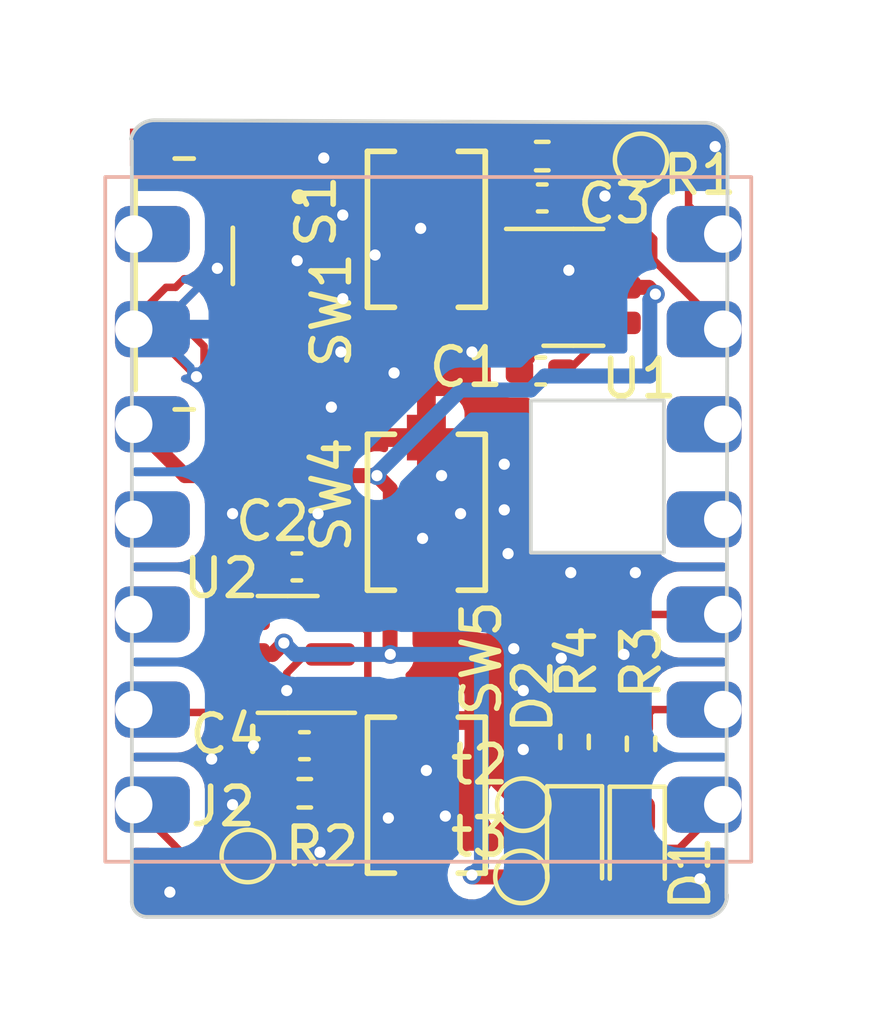
<source format=kicad_pcb>
(kicad_pcb (version 20221018) (generator pcbnew)
  (layers (0 "F.Cu" signal) (31 "B.Cu" signal) (34 "B.Paste" user) (35 "F.Paste" user) (36 "B.SilkS" user "B.Silkscreen") (37 "F.SilkS" user "F.Silkscreen") (38 "B.Mask" user) (39 "F.Mask" user) (44 "Edge.Cuts" user))
  (net 0 "")
  (net 1 "Net-(U2-SNSK)")
  (net 2 "Net-(U2-SNS)")
  (net 3 "Net-(J1-Pin_1)")
  (net 4 "GND")
  (net 6 "Net-(U1-SNS)")
  (net 7 "/but1")
  (net 8 "/but2")
  (net 9 "/mouse_act")
  (net 10 "VDD")
  (net 11 "/keyb_act")
  (net 14 "Net-(J2-Pin_1)")
  (net 18 "/but3")
  (net 20 "Net-(U1-SNSK)")
  (net 23 "/led")
  (net 24 "Net-(D1-K)")
  (net 25 "Net-(D2-K)")
  (net 26 "/led1")
  (footprint "push3x4.5:SW_F160QG_EWI" (layer "F.Cu") (at 112.014 60.706 90)
    (fp_text reference "SW5" (at 3.6576 1.4732 90 unlocked) (layer "F.SilkS"))
    (fp_text value "TL1015AF160QG")
    (fp_line (start -2.0828 -1.5748) (end -2.0828 -0.85344) (stroke (width 0.1524)) (layer "F.SilkS"))
    (fp_line (start -2.0828 0.85344) (end -2.0828 1.5748) (stroke (width 0.1524)) (layer "F.SilkS"))
    (fp_line (start -2.0828 1.5748) (end 2.0828 1.5748) (stroke (width 0.1524)) (layer "F.SilkS"))
    (fp_line (start 2.0828 -1.5748) (end -2.0828 -1.5748) (stroke (width 0.1524)) (layer "F.SilkS"))
    (fp_line (start 2.0828 -0.85344) (end 2.0828 -1.5748) (stroke (width 0.1524)) (layer "F.SilkS"))
    (fp_line (start 2.0828 1.5748) (end 2.0828 0.85344) (stroke (width 0.1524)) (layer "F.SilkS"))
    (pad "1" smd rect (at -1.9939 0 90) (size 1.2192 1.0414) (layers "F.Cu" "F.Paste" "F.Mask") (net 18 "/but3"))
    (pad "2" smd rect (at 1.9939 0 90) (size 1.2192 1.0414) (layers "F.Cu" "F.Paste" "F.Mask") (net 4 "GND"))
  )
  (footprint "Capacitor_SMD:C_0402_1005Metric_Pad0.74x0.62mm_HandSolder" (layer "F.Cu") (at 108.5509 54.61 180)
    (fp_text reference "C2" (at 0.6517 1.2192) (layer "F.SilkS"))
    (fp_text value "Cs")
    (fp_line (start -0.115835 -0.36) (end 0.115835 -0.36) (stroke (width 0.12)) (layer "F.SilkS"))
    (fp_line (start -0.115835 0.36) (end 0.115835 0.36) (stroke (width 0.12)) (layer "F.SilkS"))
    (pad "1" smd roundrect (at -0.5675 0 180) (size 0.735 0.62) (layers "F.Cu" "F.Paste" "F.Mask") (net 1 "Net-(U2-SNSK)"))
    (pad "2" smd roundrect (at 0.5675 0 180) (size 0.735 0.62) (layers "F.Cu" "F.Paste" "F.Mask") (net 2 "Net-(U2-SNS)"))
  )
  (footprint "Capacitor_SMD:C_0402_1005Metric_Pad0.74x0.62mm_HandSolder" (layer "F.Cu") (at 108.7541 59.3852 180)
    (fp_text reference "C4" (at 2.0741 0.3048) (layer "F.SilkS"))
    (fp_text value "Cx")
    (fp_line (start -0.115835 -0.36) (end 0.115835 -0.36) (stroke (width 0.12)) (layer "F.SilkS"))
    (fp_line (start -0.115835 0.36) (end 0.115835 0.36) (stroke (width 0.12)) (layer "F.SilkS"))
    (pad "1" smd roundrect (at -0.5675 0 180) (size 0.735 0.62) (layers "F.Cu" "F.Paste" "F.Mask") (net 14 "Net-(J2-Pin_1)"))
    (pad "2" smd roundrect (at 0.5675 0 180) (size 0.735 0.62) (layers "F.Cu" "F.Paste" "F.Mask") (net 4 "GND"))
  )
  (footprint "push3x4.5:SW_F160QG_EWI" (layer "F.Cu") (at 112.014 53.1495 90)
    (fp_text reference "SW4" (at 0.4699 -2.54 90 unlocked) (layer "F.SilkS"))
    (fp_text value "TL1015AF160QG")
    (fp_line (start -2.0828 -1.5748) (end -2.0828 -0.85344) (stroke (width 0.1524)) (layer "F.SilkS"))
    (fp_line (start -2.0828 0.85344) (end -2.0828 1.5748) (stroke (width 0.1524)) (layer "F.SilkS"))
    (fp_line (start -2.0828 1.5748) (end 2.0828 1.5748) (stroke (width 0.1524)) (layer "F.SilkS"))
    (fp_line (start 2.0828 -1.5748) (end -2.0828 -1.5748) (stroke (width 0.1524)) (layer "F.SilkS"))
    (fp_line (start 2.0828 -0.85344) (end 2.0828 -1.5748) (stroke (width 0.1524)) (layer "F.SilkS"))
    (fp_line (start 2.0828 1.5748) (end 2.0828 0.85344) (stroke (width 0.1524)) (layer "F.SilkS"))
    (pad "1" smd rect (at -1.9939 0 90) (size 1.2192 1.0414) (layers "F.Cu" "F.Paste" "F.Mask") (net 8 "/but2"))
    (pad "2" smd rect (at 1.9939 0 90) (size 1.2192 1.0414) (layers "F.Cu" "F.Paste" "F.Mask") (net 4 "GND"))
  )
  (footprint "push3x4.5:SW_F160QG_EWI" (layer "F.Cu") (at 112.014 45.593 -90)
    (fp_text reference "SW1" (at 2.159 2.54 -270 unlocked) (layer "F.SilkS"))
    (fp_text value "TL1015AF160QG")
    (fp_line (start -2.0828 -1.5748) (end -2.0828 -0.85344) (stroke (width 0.1524)) (layer "F.SilkS"))
    (fp_line (start -2.0828 0.85344) (end -2.0828 1.5748) (stroke (width 0.1524)) (layer "F.SilkS"))
    (fp_line (start -2.0828 1.5748) (end 2.0828 1.5748) (stroke (width 0.1524)) (layer "F.SilkS"))
    (fp_line (start 2.0828 -1.5748) (end -2.0828 -1.5748) (stroke (width 0.1524)) (layer "F.SilkS"))
    (fp_line (start 2.0828 -0.85344) (end 2.0828 -1.5748) (stroke (width 0.1524)) (layer "F.SilkS"))
    (fp_line (start 2.0828 1.5748) (end 2.0828 0.85344) (stroke (width 0.1524)) (layer "F.SilkS"))
    (pad "1" smd rect (at -1.9939 0 270) (size 1.2192 1.0414) (layers "F.Cu" "F.Paste" "F.Mask") (net 7 "/but1"))
    (pad "2" smd rect (at 1.9939 0 270) (size 1.2192 1.0414) (layers "F.Cu" "F.Paste" "F.Mask") (net 4 "GND"))
  )
  (footprint "TestPoint:TestPoint_Pad_D1.0mm" (layer "F.Cu") (at 117.7544 43.7388)
    (fp_text reference "J1" hide)
    (fp_text value "Conn_01x01_Pin")
    (fp_circle (center 0 0) (end 0 0.7) (stroke (width 0.12)) (fill none) (layer "F.SilkS"))
    (pad "1" smd circle (at 0 0) (size 1 1) (layers "F.Cu" "F.Mask") (net 3 "Net-(J1-Pin_1)"))
  )
  (footprint "TestPoint:TestPoint_Pad_D1.0mm" (layer "F.Cu") (at 114.6048 60.96)
    (fp_text reference "t2" (at -1.1684 -1.0668) (layer "F.SilkS"))
    (fp_text value "TestPoint")
    (fp_circle (center 0 0) (end 0 0.7) (stroke (width 0.12)) (fill none) (layer "F.SilkS"))
    (pad "1" smd circle (at 0 0) (size 1 1) (layers "F.Cu" "F.Mask") (net 4 "GND"))
  )
  (footprint "Package_TO_SOT_SMD:SOT-23-6" (layer "F.Cu") (at 115.9455 47.1424)
    (fp_text reference "U1" (at 1.7581 2.4384) (layer "F.SilkS"))
    (fp_text value "AT42QT1011-TSHR")
    (fp_line (start 0 -1.56) (end -1.8 -1.56) (stroke (width 0.12)) (layer "F.SilkS"))
    (fp_line (start 0 -1.56) (end 0.8 -1.56) (stroke (width 0.12)) (layer "F.SilkS"))
    (fp_line (start 0 1.56) (end -0.8 1.56) (stroke (width 0.12)) (layer "F.SilkS"))
    (fp_line (start 0 1.56) (end 0.8 1.56) (stroke (width 0.12)) (layer "F.SilkS"))
    (pad "1" smd roundrect (at -1.1375 -0.95) (size 1.325 0.6) (layers "F.Cu" "F.Paste" "F.Mask") (net 9 "/mouse_act"))
    (pad "2" smd roundrect (at -1.1375 0) (size 1.325 0.6) (layers "F.Cu" "F.Paste" "F.Mask") (net 4 "GND"))
    (pad "3" smd roundrect (at -1.1375 0.95) (size 1.325 0.6) (layers "F.Cu" "F.Paste" "F.Mask") (net 20 "Net-(U1-SNSK)"))
    (pad "4" smd roundrect (at 1.1375 0.95) (size 1.325 0.6) (layers "F.Cu" "F.Paste" "F.Mask") (net 6 "Net-(U1-SNS)"))
    (pad "5" smd roundrect (at 1.1375 0) (size 1.325 0.6) (layers "F.Cu" "F.Paste" "F.Mask") (net 10 "VDD"))
    (pad "6" smd roundrect (at 1.1375 -0.95) (size 1.325 0.6) (layers "F.Cu" "F.Paste" "F.Mask"))
  )
  (footprint "Resistor_SMD:R_0402_1005Metric_Pad0.72x0.64mm_HandSolder" (layer "F.Cu") (at 115.9764 59.2836 90)
    (fp_text reference "R4" (at 2.1336 0.0508 90) (layer "F.SilkS"))
    (fp_text value "R")
    (fp_line (start -0.167621 -0.38) (end 0.167621 -0.38) (stroke (width 0.12)) (layer "F.SilkS"))
    (fp_line (start -0.167621 0.38) (end 0.167621 0.38) (stroke (width 0.12)) (layer "F.SilkS"))
    (pad "1" smd roundrect (at -0.5975 0 90) (size 0.715 0.64) (layers "F.Cu" "F.Paste" "F.Mask") (net 25 "Net-(D2-K)"))
    (pad "2" smd roundrect (at 0.5975 0 90) (size 0.715 0.64) (layers "F.Cu" "F.Paste" "F.Mask") (net 26 "/led1"))
  )
  (footprint "Resistor_SMD:R_0402_1005Metric_Pad0.72x0.64mm_HandSolder" (layer "F.Cu") (at 108.7628 60.6552 180)
    (fp_text reference "R2" (at -0.4572 -1.4224) (layer "F.SilkS"))
    (fp_text value "Rs")
    (fp_line (start -0.167621 -0.38) (end 0.167621 -0.38) (stroke (width 0.12)) (layer "F.SilkS"))
    (fp_line (start -0.167621 0.38) (end 0.167621 0.38) (stroke (width 0.12)) (layer "F.SilkS"))
    (pad "1" smd roundrect (at -0.5975 0 180) (size 0.715 0.64) (layers "F.Cu" "F.Paste" "F.Mask") (net 1 "Net-(U2-SNSK)"))
    (pad "2" smd roundrect (at 0.5975 0 180) (size 0.715 0.64) (layers "F.Cu" "F.Paste" "F.Mask") (net 14 "Net-(J2-Pin_1)"))
  )
  (footprint "Capacitor_SMD:C_0402_1005Metric_Pad0.74x0.62mm_HandSolder" (layer "F.Cu") (at 115.0707 49.3776)
    (fp_text reference "C1" (at -1.9899 -0.1016) (layer "F.SilkS"))
    (fp_text value "Cs")
    (fp_line (start -0.115835 -0.36) (end 0.115835 -0.36) (stroke (width 0.12)) (layer "F.SilkS"))
    (fp_line (start -0.115835 0.36) (end 0.115835 0.36) (stroke (width 0.12)) (layer "F.SilkS"))
    (pad "1" smd roundrect (at -0.5675 0) (size 0.735 0.62) (layers "F.Cu" "F.Paste" "F.Mask") (net 20 "Net-(U1-SNSK)"))
    (pad "2" smd roundrect (at 0.5675 0) (size 0.735 0.62) (layers "F.Cu" "F.Paste" "F.Mask") (net 6 "Net-(U1-SNS)"))
  )
  (footprint "TestPoint:TestPoint_Pad_D1.0mm" (layer "F.Cu") (at 107.2388 62.3316)
    (fp_text reference "J2" (at -0.6604 -1.3208) (layer "F.SilkS"))
    (fp_text value "Conn_01x01_Pin")
    (fp_circle (center 0 0) (end 0 0.7) (stroke (width 0.12)) (fill none) (layer "F.SilkS"))
    (pad "1" smd circle (at 0 0) (size 1 1) (layers "F.Cu" "F.Mask") (net 14 "Net-(J2-Pin_1)"))
  )
  (footprint "Capacitor_SMD:C_0402_1005Metric_Pad0.74x0.62mm_HandSolder" (layer "F.Cu") (at 115.1128 44.7548)
    (fp_text reference "C3" (at 1.9304 0.1524) (layer "F.SilkS"))
    (fp_text value "Cx")
    (fp_line (start -0.115835 -0.36) (end 0.115835 -0.36) (stroke (width 0.12)) (layer "F.SilkS"))
    (fp_line (start -0.115835 0.36) (end 0.115835 0.36) (stroke (width 0.12)) (layer "F.SilkS"))
    (pad "1" smd roundrect (at -0.5675 0) (size 0.735 0.62) (layers "F.Cu" "F.Paste" "F.Mask") (net 3 "Net-(J1-Pin_1)"))
    (pad "2" smd roundrect (at 0.5675 0) (size 0.735 0.62) (layers "F.Cu" "F.Paste" "F.Mask") (net 4 "GND"))
  )
  (footprint "seeed:SW_EG1215AA_no_hold" (layer "F.Cu") (at 105.5396 47.0528 -90)
    (fp_text reference "S1" (at -1.9424 -3.528 90) (layer "F.SilkS"))
    (fp_text value "EG1215AA")
    (fp_line (start -3.35 -0.254) (end -3.35 0.254) (stroke (width 0.127)) (layer "F.SilkS"))
    (fp_line (start -2.83 1.3) (end 2.83 1.3) (stroke (width 0.127)) (layer "F.SilkS"))
    (fp_line (start -1.5 -1.3) (end 0 -1.3) (stroke (width 0.127)) (layer "F.SilkS"))
    (fp_line (start 3.35 -0.254) (end 3.35 0.254) (stroke (width 0.127)) (layer "F.SilkS"))
    (fp_circle (center -2.329 -3.071) (end -2.229 -3.071) (stroke (width 0.2)) (fill none) (layer "F.SilkS"))
    (pad "1" smd rect (at -2.25 -1.75 270) (size 0.7 1.5) (layers "F.Cu" "F.Paste" "F.Mask"))
    (pad "2" smd rect (at 0.75 -1.75 270) (size 0.7 1.5) (layers "F.Cu" "F.Paste" "F.Mask"))
    (pad "3" smd rect (at 2.25 -1.75 270) (size 0.7 1.5) (layers "F.Cu" "F.Paste" "F.Mask"))
    (pad "S1" smd rect (at -3.65 -1.05 270) (size 1 0.8) (layers "F.Cu" "F.Paste" "F.Mask"))
    (pad "S2" smd rect (at -3.65 1.05 270) (size 1 0.8) (layers "F.Cu" "F.Paste" "F.Mask"))
    (pad "S4" smd rect (at 3.65 -1.05 270) (size 1 0.8) (layers "F.Cu" "F.Paste" "F.Mask"))
  )
  (footprint "LED_SMD:LED_0603_1608Metric_Pad1.05x0.95mm_HandSolder" (layer "F.Cu") (at 117.6528 62.1398 -90)
    (fp_text reference "D1" (at 0.649 -1.4224 90) (layer "F.SilkS"))
    (fp_text value "LED")
    (fp_line (start -1.66 -0.735) (end -1.66 0.735) (stroke (width 0.12)) (layer "F.SilkS"))
    (fp_line (start -1.66 0.735) (end 0.8 0.735) (stroke (width 0.12)) (layer "F.SilkS"))
    (fp_line (start 0.8 -0.735) (end -1.66 -0.735) (stroke (width 0.12)) (layer "F.SilkS"))
    (pad "1" smd roundrect (at -0.875 0 270) (size 1.05 0.95) (layers "F.Cu" "F.Paste" "F.Mask") (net 24 "Net-(D1-K)"))
    (pad "2" smd roundrect (at 0.875 0 270) (size 1.05 0.95) (layers "F.Cu" "F.Paste" "F.Mask") (net 10 "VDD"))
  )
  (footprint "TestPoint:TestPoint_Pad_D1.0mm" (layer "F.Cu") (at 114.554 62.8904)
    (fp_text reference "t3" (at -1.1176 -1.0668) (layer "F.SilkS"))
    (fp_text value "TestPoint")
    (fp_circle (center 0 0) (end 0 0.7) (stroke (width 0.12)) (fill none) (layer "F.SilkS"))
    (pad "1" smd circle (at 0 0) (size 1 1) (layers "F.Cu" "F.Mask") (net 10 "VDD"))
  )
  (footprint "Package_TO_SOT_SMD:SOT-23-6" (layer "F.Cu") (at 108.3056 56.9468 180)
    (fp_text reference "U2" (at 1.778 2.032) (layer "F.SilkS"))
    (fp_text value "AT42QT1011-TSHR")
    (fp_line (start 0 -1.56) (end -1.8 -1.56) (stroke (width 0.12)) (layer "F.SilkS"))
    (fp_line (start 0 -1.56) (end 0.8 -1.56) (stroke (width 0.12)) (layer "F.SilkS"))
    (fp_line (start 0 1.56) (end -0.8 1.56) (stroke (width 0.12)) (layer "F.SilkS"))
    (fp_line (start 0 1.56) (end 0.8 1.56) (stroke (width 0.12)) (layer "F.SilkS"))
    (pad "1" smd roundrect (at -1.1375 -0.95 180) (size 1.325 0.6) (layers "F.Cu" "F.Paste" "F.Mask") (net 11 "/keyb_act"))
    (pad "2" smd roundrect (at -1.1375 0 180) (size 1.325 0.6) (layers "F.Cu" "F.Paste" "F.Mask") (net 4 "GND"))
    (pad "3" smd roundrect (at -1.1375 0.95 180) (size 1.325 0.6) (layers "F.Cu" "F.Paste" "F.Mask") (net 1 "Net-(U2-SNSK)"))
    (pad "4" smd roundrect (at 1.1375 0.95 180) (size 1.325 0.6) (layers "F.Cu" "F.Paste" "F.Mask") (net 2 "Net-(U2-SNS)"))
    (pad "5" smd roundrect (at 1.1375 0 180) (size 1.325 0.6) (layers "F.Cu" "F.Paste" "F.Mask") (net 10 "VDD"))
    (pad "6" smd roundrect (at 1.1375 -0.95 180) (size 1.325 0.6) (layers "F.Cu" "F.Paste" "F.Mask"))
  )
  (footprint "Resistor_SMD:R_0402_1005Metric_Pad0.72x0.64mm_HandSolder" (layer "F.Cu") (at 117.7544 59.3344 90)
    (fp_text reference "R3" (at 2.1844 0 90) (layer "F.SilkS"))
    (fp_text value "R")
    (fp_line (start -0.167621 -0.38) (end 0.167621 -0.38) (stroke (width 0.12)) (layer "F.SilkS"))
    (fp_line (start -0.167621 0.38) (end 0.167621 0.38) (stroke (width 0.12)) (layer "F.SilkS"))
    (pad "1" smd roundrect (at -0.5975 0 90) (size 0.715 0.64) (layers "F.Cu" "F.Paste" "F.Mask") (net 24 "Net-(D1-K)"))
    (pad "2" smd roundrect (at 0.5975 0 90) (size 0.715 0.64) (layers "F.Cu" "F.Paste" "F.Mask") (net 23 "/led"))
  )
  (footprint "LED_SMD:LED_0603_1608Metric_Pad1.05x0.95mm_HandSolder" (layer "F.Cu") (at 115.9764 62.1284 -90)
    (fp_text reference "D2" (at -4.064 1.1176 90) (layer "F.SilkS"))
    (fp_text value "LED")
    (fp_line (start -1.66 -0.735) (end -1.66 0.735) (stroke (width 0.12)) (layer "F.SilkS"))
    (fp_line (start -1.66 0.735) (end 0.8 0.735) (stroke (width 0.12)) (layer "F.SilkS"))
    (fp_line (start 0.8 -0.735) (end -1.66 -0.735) (stroke (width 0.12)) (layer "F.SilkS"))
    (pad "1" smd roundrect (at -0.875 0 270) (size 1.05 0.95) (layers "F.Cu" "F.Paste" "F.Mask") (net 25 "Net-(D2-K)"))
    (pad "2" smd roundrect (at 0.875 0 270) (size 1.05 0.95) (layers "F.Cu" "F.Paste" "F.Mask") (net 10 "VDD"))
  )
  (footprint "Resistor_SMD:R_0402_1005Metric_Pad0.72x0.64mm_HandSolder" (layer "F.Cu") (at 115.1128 43.6372)
    (fp_text reference "R1" (at 4.2164 0.508) (layer "F.SilkS"))
    (fp_text value "Rs")
    (fp_line (start -0.167621 -0.38) (end 0.167621 -0.38) (stroke (width 0.12)) (layer "F.SilkS"))
    (fp_line (start -0.167621 0.38) (end 0.167621 0.38) (stroke (width 0.12)) (layer "F.SilkS"))
    (pad "1" smd roundrect (at -0.5975 0) (size 0.715 0.64) (layers "F.Cu" "F.Paste" "F.Mask") (net 20 "Net-(U1-SNSK)"))
    (pad "2" smd roundrect (at 0.5975 0) (size 0.715 0.64) (layers "F.Cu" "F.Paste" "F.Mask") (net 3 "Net-(J1-Pin_1)"))
  )
  (footprint "seeed:Seeed Xiao_actual_size_hold" (layer "B.Cu") (at 118.1608 45.72 180)
    (fp_text reference "U3" hide)
    (fp_text value "Xiao")
    (fp_rect (start -2.54 1.524) (end 14.732 -16.764) (stroke (width 0.1)) (fill none) (layer "B.SilkS"))
    (pad "1" thru_hole roundrect (at -1.778 0 180) (size 2 1.5) (drill 1 (offset 0.5 0)) (property pad_prop_castellated) (layers "*.Cu" "*.Mask") (net 7 "/but1"))
    (pad "2" thru_hole roundrect (at -1.778 -2.54 180) (size 2 1.5) (drill 1 (offset 0.5 0)) (property pad_prop_castellated) (layers "*.Cu" "*.Mask") (net 9 "/mouse_act"))
    (pad "3" thru_hole roundrect (at -1.778 -5.08 180) (size 2 1.5) (drill 1 (offset 0.5 0)) (property pad_prop_castellated) (layers "*.Cu" "*.Mask"))
    (pad "4" thru_hole roundrect (at -1.778 -7.62 180) (size 2 1.5) (drill 1 (offset 0.5 0)) (property pad_prop_castellated) (layers "*.Cu" "*.Mask"))
    (pad "5" thru_hole roundrect (at -1.778 -10.16 180) (size 2 1.5) (drill 1 (offset 0.5 0)) (property pad_prop_castellated) (layers "*.Cu" "*.Mask") (net 8 "/but2"))
    (pad "6" thru_hole roundrect (at -1.778 -12.7 180) (size 2 1.5) (drill 1 (offset 0.5 0)) (property pad_prop_castellated) (layers "*.Cu" "*.Mask") (net 23 "/led"))
    (pad "7" thru_hole roundrect (at -1.778 -15.24 180) (size 2 1.5) (drill 1 (offset 0.5 0)) (property pad_prop_castellated) (layers "*.Cu" "*.Mask") (net 26 "/led1"))
    (pad "8" thru_hole roundrect (at 13.97 -15.24 180) (size 2 1.5) (drill 1 (offset -0.5 0)) (property pad_prop_castellated) (layers "*.Cu" "*.Mask") (net 18 "/but3"))
    (pad "9" thru_hole roundrect (at 13.97 -12.7 180) (size 2 1.5) (drill 1 (offset -0.5 0)) (property pad_prop_castellated) (layers "*.Cu" "*.Mask") (net 11 "/keyb_act"))
    (pad "10" thru_hole roundrect (at 13.97 -10.16 180) (size 2 1.5) (drill 1 (offset -0.5 0)) (property pad_prop_castellated) (layers "*.Cu" "*.Mask"))
    (pad "11" thru_hole roundrect (at 13.97 -7.62 180) (size 2 1.5) (drill 1 (offset -0.5 0)) (property pad_prop_castellated) (layers "*.Cu" "*.Mask"))
    (pad "12" thru_hole roundrect (at 13.97 -5.08 180) (size 2 1.5) (drill 1 (offset -0.5 0)) (property pad_prop_castellated) (layers "*.Cu" "*.Mask") (net 10 "VDD"))
    (pad "13" thru_hole roundrect (at 13.97 -2.54 180) (size 2 1.5) (drill 1 (offset -0.5 0)) (property pad_prop_castellated) (layers "*.Cu" "*.Mask") (net 4 "GND"))
    (pad "14" thru_hole roundrect (at 13.97 0 180) (size 2 1.5) (drill 1 (offset -0.5 0)) (property pad_prop_castellated) (layers "*.Cu" "*.Mask"))
  )
  (gr_line (start 119.456948 42.747452) (end 104.7496 42.679369) (stroke (width 0.1)) (layer "Edge.Cuts"))
  (gr_line (start 120.035299 63.4492) (end 120.066548 43.4086) (stroke (width 0.1)) (layer "Edge.Cuts"))
  (gr_rect (start 114.808 50.165) (end 118.364 54.229) (stroke (width 0.1)) (fill none) (layer "Edge.Cuts"))
  (gr_arc (start 119.456948 42.747452) (mid 119.888 42.926) (end 120.066548 43.357052) (stroke (width 0.1)) (layer "Edge.Cuts"))
  (gr_line (start 104.14 43.2308) (end 104.139999 63.5508) (stroke (width 0.1)) (layer "Edge.Cuts"))
  (gr_line (start 119.595356 63.9572) (end 104.5464 63.9572) (stroke (width 0.1)) (layer "Edge.Cuts"))
  (gr_arc (start 104.5464 63.9572) (mid 104.259032 63.838168) (end 104.14 63.5508) (stroke (width 0.1)) (layer "Edge.Cuts"))
  (gr_arc (start 120.053943 63.374) (mid 119.927051 63.741235) (end 119.601218 63.952886) (stroke (width 0.1)) (layer "Edge.Cuts"))
  (gr_arc (start 104.114601 43.18) (mid 104.345293 42.819579) (end 104.7496 42.679369) (stroke (width 0.1)) (layer "Edge.Cuts"))
  (segment (start 109.118 55.141) (end 109.118 54.61) (width 0.2) (layer "F.Cu") (net 1))
  (segment (start 109.3603 60.655) (end 109.3603 60.6552) (width 0.2) (layer "F.Cu") (net 1))
  (segment (start 109.443 55.9968) (end 109.118 55.6721) (width 0.2) (layer "F.Cu") (net 1))
  (segment (start 109.723 60.2923) (end 110.449 59.5665) (width 0.2) (layer "F.Cu") (net 1))
  (segment (start 109.118 55.141) (end 109.1184 55.1406) (width 0.2) (layer "F.Cu") (net 1))
  (segment (start 110.449 59.5665) (end 110.449 56.3402) (width 0.2) (layer "F.Cu") (net 1))
  (segment (start 109.1184 55.1406) (end 109.1184 54.61) (width 0.2) (layer "F.Cu") (net 1))
  (segment (start 110.106 55.9968) (end 109.4431 55.9968) (width 0.2) (layer "F.Cu") (net 1))
  (segment (start 109.4431 55.9968) (end 109.443 55.9968) (width 0.2) (layer "F.Cu") (net 1))
  (segment (start 109.118 55.6721) (end 109.118 55.141) (width 0.2) (layer "F.Cu") (net 1))
  (segment (start 110.449 56.3402) (end 110.106 55.9968) (width 0.2) (layer "F.Cu") (net 1))
  (segment (start 109.36 60.6552) (end 109.723 60.2923) (width 0.2) (layer "F.Cu") (net 1))
  (segment (start 109.723 60.2923) (end 109.3603 60.655) (width 0.2) (layer "F.Cu") (net 1))
  (segment (start 107.9834 54.61) (end 107.983 54.61) (width 0.2) (layer "F.Cu") (net 2))
  (segment (start 107.168 55.9968) (end 107.983 55.1815) (width 0.2) (layer "F.Cu") (net 2))
  (segment (start 107.1681 55.9968) (end 107.168 55.9968) (width 0.2) (layer "F.Cu") (net 2))
  (segment (start 107.983 55.1815) (end 107.983 54.61) (width 0.2) (layer "F.Cu") (net 2))
  (segment (start 115.812 43.7388) (end 115.761 43.688) (width 0.2) (layer "F.Cu") (net 3))
  (segment (start 115.761 43.688) (end 115.7103 43.6373) (width 0.2) (layer "F.Cu") (net 3))
  (segment (start 115.6629 43.6372) (end 114.5453 44.7548) (width 0.2) (layer "F.Cu") (net 3))
  (segment (start 115.7103 43.6373) (end 115.7103 43.6372) (width 0.2) (layer "F.Cu") (net 3))
  (segment (start 117.754 43.7388) (end 115.812 43.7388) (width 0.2) (layer "F.Cu") (net 3))
  (segment (start 117.7544 43.7388) (end 117.754 43.7388) (width 0.2) (layer "F.Cu") (net 3))
  (segment (start 115.761 43.688) (end 115.71 43.6372) (width 0.2) (layer "F.Cu") (net 3))
  (segment (start 115.7103 43.6372) (end 115.6629 43.6372) (width 0.2) (layer "F.Cu") (net 3))
  (segment (start 115.6803 44.7548) (end 116.738 44.7548) (width 0.2) (layer "F.Cu") (net 4))
  (segment (start 115.68 44.7548) (end 115.6803 44.7548) (width 0.2) (layer "F.Cu") (net 4))
  (segment (start 108.1866 59.3852) (end 107.391 59.3852) (width 0.2) (layer "F.Cu") (net 4))
  (segment (start 112.014 51.1556) (end 112.014 51.7652) (width 0.2) (layer "F.Cu") (net 4))
  (segment (start 105.8672 49.53) (end 106.0704 49.3268) (width 0.2) (layer "F.Cu") (net 4))
  (segment (start 109.443 56.9468) (end 108.781 56.9468) (width 0.2) (layer "F.Cu") (net 4))
  (segment (start 108.781 56.9468) (end 108.281 57.4468) (width 0.2) (layer "F.Cu") (net 4))
  (segment (start 108.187 59.3852) (end 108.1866 59.3852) (width 0.2) (layer "F.Cu") (net 4))
  (segment (start 106.426 46.6344) (end 104.8004 48.26) (width 0.2) (layer "F.Cu") (net 4))
  (segment (start 105.8672 49.53) (end 104.5972 48.26) (width 0.2) (layer "F.Cu") (net 4))
  (segment (start 106.0704 48.7172) (end 105.6132 48.26) (width 0.2) (layer "F.Cu") (net 4))
  (segment (start 105.3084 47.1424) (end 105.0544 47.1424) (width 0.2) (layer "F.Cu") (net 4))
  (segment (start 105.6132 48.26) (end 104.24 48.26) (width 0.2) (layer "F.Cu") (net 4))
  (segment (start 106.0704 49.3268) (end 106.0704 48.7172) (width 0.2) (layer "F.Cu") (net 4))
  (segment (start 106.1466 46.9138) (end 105.537 46.9138) (width 0.2) (layer "F.Cu") (net 4))
  (segment (start 105.0544 47.1424) (end 104.24 47.9568) (width 0.2) (layer "F.Cu") (net 4))
  (segment (start 116.738 44.7548) (end 116.789 44.704) (width 0.2) (layer "F.Cu") (net 4))
  (segment (start 104.24 47.9568) (end 104.24 48.26) (width 0.2) (layer "F.Cu") (net 4))
  (segment (start 106.426 46.6344) (end 106.4768 46.5836) (width 0.2) (layer "F.Cu") (net 4))
  (segment (start 115.6352 46.6852) (end 115.178 47.1424) (width 0.2) (layer "F.Cu") (net 4))
  (segment (start 106.426 46.6344) (end 106.1466 46.9138) (width 0.2) (layer "F.Cu") (net 4))
  (segment (start 108.281 57.4468) (end 108.281 57.9119) (width 0.2) (layer "F.Cu") (net 4))
  (segment (start 115.178 47.1424) (end 114.808 47.1424) (width 0.2) (layer "F.Cu") (net 4))
  (segment (start 105.537 46.9138) (end 105.3084 47.1424) (width 0.2) (layer "F.Cu") (net 4))
  (segment (start 115.824 46.6852) (end 115.6352 46.6852) (width 0.2) (layer "F.Cu") (net 4))
  (segment (start 104.8004 48.26) (end 104.24 48.26) (width 0.2) (layer "F.Cu") (net 4))
  (segment (start 104.5972 48.26) (end 104.24 48.26) (width 0.2) (layer "F.Cu") (net 4))
  (segment (start 112.014 51.7652) (end 112.42 52.1716) (width 0.2) (layer "F.Cu") (net 4))
  (via (at 110.6424 46.2788) (size 0.5) (drill 0.3) (layers "F.Cu" "B.Cu") (net 4))
  (via (at 109.7788 47.4472) (size 0.5) (drill 0.3) (layers "F.Cu" "B.Cu") (net 4))
  (via (at 114.6048 57.912) (size 0.5) (drill 0.3) (layers "F.Cu" "B.Cu") (net 4))
  (via (at 111.9124 53.848) (size 0.5) (drill 0.3) (layers "F.Cu" "B.Cu") (net 4))
  (via (at 106.2736 59.7408) (size 0.5) (drill 0.3) (layers "F.Cu" "B.Cu") (net 4))
  (via (at 114.1984 54.2544) (size 0.5) (drill 0.3) (layers "F.Cu" "B.Cu") (net 4))
  (via (at 110.998 61.3156) (size 0.5) (drill 0.3) (layers "F.Cu" "B.Cu") (net 4))
  (via (at 114.0968 53.086) (size 0.5) (drill 0.3) (layers "F.Cu" "B.Cu") (net 4))
  (via (at 117.2972 56.9468) (size 0.5) (drill 0.3) (layers "F.Cu" "B.Cu") (net 4))
  (via (at 119.3292 62.9412) (size 0.5) (drill 0.3) (layers "F.Cu" "B.Cu") (net 4))
  (via (at 112.42 52.1716) (size 0.5) (drill 0.3) (layers "F.Cu" "B.Cu") (net 4))
  (via (at 114.6048 59.4868) (size 0.5) (drill 0.3) (layers "F.Cu" "B.Cu") (net 4))
  (via (at 109.1692 62.23) (size 0.5) (drill 0.3) (layers "F.Cu" "B.Cu") (net 4))
  (via (at 105.8672 49.53) (size 0.5) (drill 0.3) (layers "F.Cu" "B.Cu") (net 4))
  (via (at 112.522 61.2648) (size 0.5) (drill 0.3) (layers "F.Cu" "B.Cu") (net 4))
  (via (at 114.0968 51.8668) (size 0.5) (drill 0.3) (layers "F.Cu" "B.Cu") (net 4))
  (via (at 115.8748 54.7624) (size 0.5) (drill 0.3) (layers "F.Cu" "B.Cu") (net 4))
  (via (at 108.5596 46.4312) (size 0.5) (drill 0.3) (layers "F.Cu" "B.Cu") (net 4))
  (via (at 119.7356 43.3832) (size 0.5) (drill 0.3) (layers "F.Cu" "B.Cu") (net 4))
  (via (at 106.8324 53.1876) (size 0.5) (drill 0.3) (layers "F.Cu" "B.Cu") (net 4))
  (via (at 106.8324 60.96) (size 0.5) (drill 0.3) (layers "F.Cu" "B.Cu") (net 4))
  (via (at 115.6208 57.0484) (size 0.5) (drill 0.3) (layers "F.Cu" "B.Cu") (net 4))
  (via (at 114.3508 56.7944) (size 0.5) (drill 0.3) (layers "F.Cu" "B.Cu") (net 4))
  (via (at 113.2332 48.8696) (size 0.5) (drill 0.3) (layers "F.Cu" "B.Cu") (net 4))
  (via (at 109.1184 53.1876) (size 0.5) (drill 0.3) (layers "F.Cu" "B.Cu") (net 4))
  (via (at 105.156 63.2968) (size 0.5) (drill 0.3) (layers "F.Cu" "B.Cu") (net 4))
  (via (at 117.602 54.7624) (size 0.5) (drill 0.3) (layers "F.Cu" "B.Cu") (net 4))
  (via (at 112.014 60.0456) (size 0.5) (drill 0.3) (layers "F.Cu" "B.Cu") (net 4))
  (via (at 109.2708 43.688) (size 0.5) (drill 0.3) (layers "F.Cu" "B.Cu") (net 4))
  (via (at 111.1504 49.4284) (size 0.5) (drill 0.3) (layers "F.Cu" "B.Cu") (net 4))
  (via (at 109.728 48.8696) (size 0.5) (drill 0.3) (layers "F.Cu" "B.Cu") (net 4))
  (via (at 115.824 46.6852) (size 0.5) (drill 0.3) (layers "F.Cu" "B.Cu") (net 4))
  (via (at 106.426 46.6344) (size 0.5) (drill 0.3) (layers "F.Cu" "B.Cu") (net 4))
  (via (at 109.7788 45.212) (size 0.5) (drill 0.3) (layers "F.Cu" "B.Cu") (net 4))
  (via (at 108.281 57.9119) (size 0.5) (drill 0.3) (layers "F.Cu" "B.Cu") (net 4))
  (via (at 109.474 50.3428) (size 0.5) (drill 0.3) (layers "F.Cu" "B.Cu") (net 4))
  (via (at 107.391 59.3852) (size 0.5) (drill 0.3) (layers "F.Cu" "B.Cu") (net 4))
  (via (at 111.8616 45.5676) (size 0.5) (drill 0.3) (layers "F.Cu" "B.Cu") (net 4))
  (via (at 112.9284 53.1876) (size 0.5) (drill 0.3) (layers "F.Cu" "B.Cu") (net 4))
  (via (at 116.789 44.704) (size 0.5) (drill 0.3) (layers "F.Cu" "B.Cu") (net 4))
  (segment (start 109.474 50.3428) (end 109.474 50.292) (width 0.2) (layer "B.Cu") (net 4))
  (segment (start 106.7308 50.292) (end 109.474 50.3428) (width 0.2) (layer "B.Cu") (net 4))
  (segment (start 105.7148 49.53) (end 105.8672 49.53) (width 0.2) (layer "B.Cu") (net 4))
  (segment (start 104.1908 48.26) (end 104.6988 48.26) (width 0.2) (layer "B.Cu") (net 4))
  (segment (start 105.9688 49.53) (end 106.7308 50.292) (width 0.2) (layer "B.Cu") (net 4))
  (segment (start 104.8004 48.26) (end 104.1908 48.26) (width 0.2) (layer "B.Cu") (net 4))
  (segment (start 104.6988 48.26) (end 105.7148 49.276) (width 0.2) (layer "B.Cu") (net 4))
  (segment (start 106.426 46.6344) (end 104.8004 48.26) (width 0.2) (layer "B.Cu") (net 4))
  (segment (start 105.7148 49.276) (end 105.7148 49.53) (width 0.2) (layer "B.Cu") (net 4))
  (segment (start 105.8672 49.53) (end 105.9688 49.53) (width 0.2) (layer "B.Cu") (net 4))
  (segment (start 115.798 49.3776) (end 115.6382 49.3776) (width 0.2) (layer "F.Cu") (net 6))
  (segment (start 115.6382 49.3776) (end 115.638 49.3776) (width 0.2) (layer "F.Cu") (net 6))
  (segment (start 117.083 48.0924) (end 115.798 49.3776) (width 0.2) (layer "F.Cu") (net 6))
  (segment (start 112.014 43.5991) (end 112.674 42.9388) (width 0.2) (layer "F.Cu") (net 7))
  (segment (start 118.682 42.9388) (end 119.024 43.2816) (width 0.2) (layer "F.Cu") (net 7))
  (segment (start 119.786 45.72) (end 119.9388 45.72) (width 0.2) (layer "F.Cu") (net 7))
  (segment (start 119.9388 45.72) (end 119.939 45.72) (width 0.2) (layer "F.Cu") (net 7))
  (segment (start 119.024 44.958) (end 119.786 45.72) (width 0.2) (layer "F.Cu") (net 7))
  (segment (start 119.024 43.2816) (end 119.024 44.958) (width 0.2) (layer "F.Cu") (net 7))
  (segment (start 112.674 42.9388) (end 118.682 42.9388) (width 0.2) (layer "F.Cu") (net 7))
  (segment (start 113.254 55.5604) (end 112.837 55.1434) (width 0.2) (layer "F.Cu") (net 8))
  (segment (start 119.939 55.88) (end 119.9388 55.88) (width 0.2) (layer "F.Cu") (net 8))
  (segment (start 119.9388 55.88) (end 113.578 55.88) (width 0.2) (layer "F.Cu") (net 8))
  (segment (start 113.258 55.5604) (end 113.254 55.5604) (width 0.2) (layer "F.Cu") (net 8))
  (segment (start 113.578 55.88) (end 113.258 55.5604) (width 0.2) (layer "F.Cu") (net 8))
  (segment (start 112.837 55.1434) (end 112.014 55.1434) (width 0.2) (layer "F.Cu") (net 8))
  (segment (start 114.808 46.1924) (end 115.466 45.5346) (width 0.2) (layer "F.Cu") (net 9))
  (segment (start 117.779 45.5346) (end 118.092 45.8477) (width 0.2) (layer "F.Cu") (net 9))
  (segment (start 118.092 46.4129) (end 119.9389 48.2599) (width 0.2) (layer "F.Cu") (net 9))
  (segment (start 115.466 45.5346) (end 117.779 45.5346) (width 0.2) (layer "F.Cu") (net 9))
  (segment (start 119.9389 48.2599) (end 119.939 48.26) (width 0.2) (layer "F.Cu") (net 9))
  (segment (start 119.9388 48.26) (end 119.9389 48.2599) (width 0.2) (layer "F.Cu") (net 9))
  (segment (start 118.092 45.8477) (end 118.092 46.4129) (width 0.2) (layer "F.Cu") (net 9))
  (segment (start 111.043 56.9411) (end 111.049 56.9468) (width 0.4) (layer "F.Cu") (net 10))
  (segment (start 114.667 63.0034) (end 114.554 62.8904) (width 0.4) (layer "F.Cu") (net 10))
  (segment (start 111.049 54.0783) (end 111.043 54.0838) (width 0.4) (layer "F.Cu") (net 10))
  (segment (start 117.856 63.0936) (end 117.8815 63.119) (width 0.4) (layer "F.Cu") (net 10))
  (segment (start 104.191 50.8001) (end 104.191 50.8) (width 0.4) (layer "F.Cu") (net 10))
  (segment (start 117.956 47.1424) (end 118.138 47.3242) (width 0.4) (layer "F.Cu") (net 10))
  (segment (start 113.284 62.8904) (end 113.233 62.8396) (width 0.4) (layer "F.Cu") (net 10))
  (segment (start 114.554 62.8904) (end 113.284 62.8904) (width 0.4) (layer "F.Cu") (net 10))
  (segment (start 117.083 47.1424) (end 117.956 47.1424) (width 0.4) (layer "F.Cu") (net 10))
  (segment (start 107.1681 56.9468) (end 107.899 56.9468) (width 0.4) (layer "F.Cu") (net 10))
  (segment (start 105.562 52.1716) (end 110.693 52.1716) (width 0.4) (layer "F.Cu") (net 10))
  (segment (start 107.899 56.9468) (end 108.204 56.642) (width 0.4) (layer "F.Cu") (net 10))
  (segment (start 117.757 63.119) (end 117.6528 63.0148) (width 0.4) (layer "F.Cu") (net 10))
  (segment (start 117.8815 63.119) (end 117.757 63.119) (width 0.4) (layer "F.Cu") (net 10))
  (segment (start 104.876 51.4858) (end 104.191 50.8001) (width 0.4) (layer "F.Cu") (net 10))
  (segment (start 104.191 50.8) (end 104.876 51.4858) (width 0.4) (layer "F.Cu") (net 10))
  (segment (start 111.043 54.0838) (end 111.043 56.9411) (width 0.4) (layer "F.Cu") (net 10))
  (segment (start 117.907 63.1444) (end 117.958 63.195) (width 0.4) (layer "F.Cu") (net 10))
  (segment (start 117.6414 63.0034) (end 116.1288 63.0034) (width 0.4) (layer "F.Cu") (net 10))
  (segment (start 117.8815 63.119) (end 117.907 63.1444) (width 0.4) (layer "F.Cu") (net 10))
  (segment (start 117.958 63.195) (end 117.958 63.1952) (width 0.4) (layer "F.Cu") (net 10))
  (segment (start 111.049 52.5274) (end 111.049 54.0783) (width 0.4) (layer "F.Cu") (net 10))
  (segment (start 116.1288 63.0034) (end 114.667 63.0034) (width 0.4) (layer "F.Cu") (net 10))
  (segment (start 117.6528 63.0148) (end 117.6414 63.0034) (width 0.4) (layer "F.Cu") (net 10))
  (segment (start 107.168 56.9468) (end 107.1681 56.9468) (width 0.4) (layer "F.Cu") (net 10))
  (segment (start 104.876 51.4858) (end 105.562 52.1716) (width 0.4) (layer "F.Cu") (net 10))
  (segment (start 110.693 52.1716) (end 111.049 52.5274) (width 0.4) (layer "F.Cu") (net 10))
  (segment (start 104.1908 50.8) (end 104.191 50.8) (width 0.4) (layer "F.Cu") (net 10))
  (segment (start 117.958 63.1952) (end 117.907 63.1444) (width 0.4) (layer "F.Cu") (net 10))
  (via (at 108.204 56.642) (size 0.5) (drill 0.3) (layers "F.Cu" "B.Cu") (net 10))
  (via (at 113.233 62.8396) (size 0.5) (drill 0.3) (layers "F.Cu" "B.Cu") (net 10))
  (via (at 118.138 47.3242) (size 0.5) (drill 0.3) (layers "F.Cu" "B.Cu") (net 10))
  (via (at 111.049 56.9468) (size 0.5) (drill 0.3) (layers "F.Cu" "B.Cu") (net 10))
  (via (at 110.693 52.1716) (size 0.5) (drill 0.3) (layers "F.Cu" "B.Cu") (net 10))
  (segment (start 114.805 49.8856) (end 112.928 49.8856) (width 0.4) (layer "B.Cu") (net 10))
  (segment (start 108.509 56.9468) (end 111.049 56.9468) (width 0.4) (layer "B.Cu") (net 10))
  (segment (start 110.693 52.121) (end 110.693 52.1716) (width 0.4) (layer "B.Cu") (net 10))
  (segment (start 113.233 62.8396) (end 113.487 62.5858) (width 0.4) (layer "B.Cu") (net 10))
  (segment (start 117.989 49.5104) (end 115.18 49.5104) (width 0.4) (layer "B.Cu") (net 10))
  (segment (start 113.436 56.9468) (end 111.049 56.9468) (width 0.4) (layer "B.Cu") (net 10))
  (segment (start 117.989 47.4731) (end 117.989 49.5104) (width 0.4) (layer "B.Cu") (net 10))
  (segment (start 118.138 47.3242) (end 117.989 47.4731) (width 0.4) (layer "B.Cu") (net 10))
  (segment (start 113.487 62.5858) (end 113.487 56.9976) (width 0.4) (layer "B.Cu") (net 10))
  (segment (start 113.487 56.9976) (end 113.436 56.9468) (width 0.4) (layer "B.Cu") (net 10))
  (segment (start 115.18 49.5104) (end 114.805 49.8856) (width 0.4) (layer "B.Cu") (net 10))
  (segment (start 112.928 49.8856) (end 110.693 52.121) (width 0.4) (layer "B.Cu") (net 10))
  (segment (start 108.204 56.642) (end 108.509 56.9468) (width 0.4) (layer "B.Cu") (net 10))
  (segment (start 104.2295 58.4584) (end 104.2292 58.4584) (width 0.2) (layer "F.Cu") (net 11))
  (segment (start 104.2292 58.4584) (end 104.1908 58.42) (width 0.2) (layer "F.Cu") (net 11))
  (segment (start 109.443 57.8968) (end 108.843 58.4968) (width 0.2) (layer "F.Cu") (net 11))
  (segment (start 109.4431 57.8968) (end 109.443 57.8968) (width 0.2) (layer "F.Cu") (net 11))
  (segment (start 108.843 58.4968) (end 104.268 58.4968) (width 0.2) (layer "F.Cu") (net 11))
  (segment (start 104.268 58.4968) (end 104.2295 58.4584) (width 0.2) (layer "F.Cu") (net 11))
  (segment (start 104.2295 58.4584) (end 104.191 58.42) (width 0.2) (layer "F.Cu") (net 11))
  (segment (start 109.671 57.8968) (end 109.4431 57.8968) (width 0.2) (layer "F.Cu") (net 11))
  (segment (start 108.165 61.4051) (end 108.165 60.6552) (width 0.2) (layer "F.Cu") (net 14))
  (segment (start 107.2388 62.3316) (end 107.239 62.3316) (width 0.2) (layer "F.Cu") (net 14))
  (segment (start 107.239 62.3316) (end 108.165 61.4051) (width 0.2) (layer "F.Cu") (net 14))
  (segment (start 109.3216 59.3852) (end 109.322 59.3852) (width 0.2) (layer "F.Cu") (net 14))
  (segment (start 108.1653 60.6552) (end 108.165 60.6552) (width 0.2) (layer "F.Cu") (net 14))
  (segment (start 109.322 59.4989) (end 109.322 59.3852) (width 0.2) (layer "F.Cu") (net 14))
  (segment (start 108.165 60.6552) (end 109.322 59.4989) (width 0.2) (layer "F.Cu") (net 14))
  (segment (start 111.191 62.6999) (end 110.751 63.14) (width 0.2) (layer "F.Cu") (net 18))
  (segment (start 112.014 62.6999) (end 111.191 62.6999) (width 0.2) (layer "F.Cu") (net 18))
  (segment (start 110.751 63.14) (end 106.371 63.14) (width 0.2) (layer "F.Cu") (net 18))
  (segment (start 105.281 62.05) (end 104.191 60.96) (width 0.2) (layer "F.Cu") (net 18))
  (segment (start 105.2808 62.05) (end 104.1908 60.96) (width 0.2) (layer "F.Cu") (net 18))
  (segment (start 106.371 63.14) (end 105.281 62.05) (width 0.2) (layer "F.Cu") (net 18))
  (segment (start 105.281 62.05) (end 105.2808 62.05) (width 0.2) (layer "F.Cu") (net 18))
  (segment (start 114.145501 48.0924) (end 113.8455 47.792399) (width 0.2) (layer "F.Cu") (net 20))
  (segment (start 113.8455 44.307002) (end 114.232308 43.920193) (width 0.2) (layer "F.Cu") (net 20))
  (segment (start 113.8455 47.792399) (end 113.8455 44.307002) (width 0.2) (layer "F.Cu") (net 20))
  (segment (start 114.808 48.0924) (end 114.808 49.0728) (width 0.2) (layer "F.Cu") (net 20))
  (segment (start 114.808 48.0924) (end 114.618 48.2829) (width 0.2) (layer "F.Cu") (net 20))
  (segment (start 114.618 48.2829) (end 114.503 48.3972) (width 0.2) (layer "F.Cu") (net 20))
  (segment (start 114.545 43.6372) (end 114.515 43.6372) (width 0.2) (layer "F.Cu") (net 20))
  (segment (start 114.808 49.0728) (end 114.5032 49.3776) (width 0.2) (layer "F.Cu") (net 20))
  (segment (start 114.808 48.0924) (end 114.145501 48.0924) (width 0.2) (layer "F.Cu") (net 20))
  (segment (start 118.0713 58.42) (end 117.7544 58.7369) (width 0.2) (layer "F.Cu") (net 23))
  (segment (start 119.9388 58.42) (end 118.0713 58.42) (width 0.2) (layer "F.Cu") (net 23))
  (segment (start 117.7544 61.1632) (end 117.7544 59.9319) (width 0.2) (layer "F.Cu") (net 24))
  (segment (start 117.6528 61.2648) (end 117.7544 61.1632) (width 0.2) (layer "F.Cu") (net 24))
  (segment (start 115.9764 59.8811) (end 115.9764 61.2534) (width 0.2) (layer "F.Cu") (net 25))
  (segment (start 115.9764 58.6861) (end 116.8778 59.5875) (width 0.2) (layer "F.Cu") (net 26))
  (segment (start 116.8778 59.5875) (end 116.8778 61.852232) (width 0.2) (layer "F.Cu") (net 26))
  (segment (start 116.8778 61.852232) (end 117.153968 62.1284) (width 0.2) (layer "F.Cu") (net 26))
  (segment (start 117.153968 62.1284) (end 118.7704 62.1284) (width 0.2) (layer "F.Cu") (net 26))
  (segment (start 118.7704 62.1284) (end 119.9388 60.96) (width 0.2) (layer "F.Cu") (net 26))
  (zone (net 4) (net_name "GND") (layer "F.Cu") (connect_pads (clearance 0.4)) (min_thickness 0.2) (fill yes (thermal_gap 0.5) (thermal_bridge_width 0.5))
    (polygon (pts (xy 120.65 64.643) (xy 120.904 42.291) (xy 103.759 42.545) (xy 104.013 65.151)))
  )
  (zone (net 4) (net_name "GND") (layer "B.Cu") (priority 1) (connect_pads (clearance 0.4)) (min_thickness 0.2) (fill yes (thermal_gap 0.5) (thermal_bridge_width 0.5))
    (polygon (pts (xy 121.031 64.897) (xy 121.285 42.418) (xy 103.632 42.545) (xy 104.013 64.643)))
  )
)
</source>
